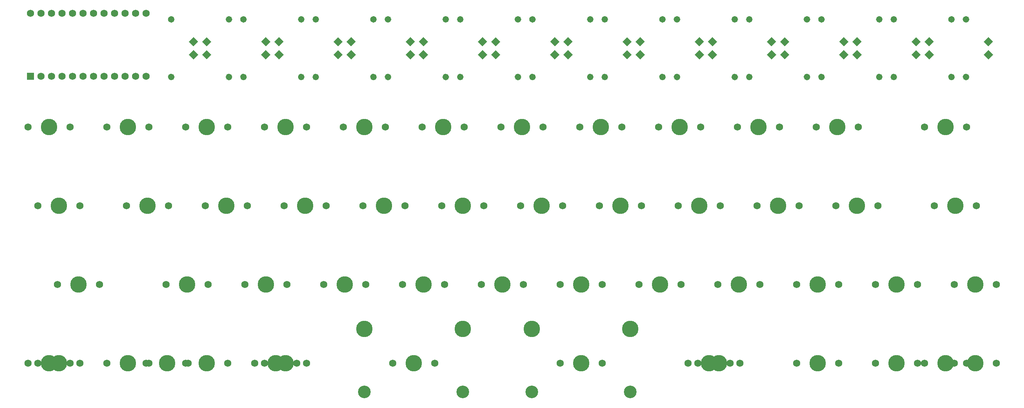
<source format=gts>
G04 #@! TF.GenerationSoftware,KiCad,Pcbnew,5.1.7*
G04 #@! TF.CreationDate,2020-11-29T13:06:50+02:00*
G04 #@! TF.ProjectId,PM THT Van,504d2054-4854-4205-9661-6e2e6b696361,rev?*
G04 #@! TF.SameCoordinates,Original*
G04 #@! TF.FileFunction,Soldermask,Top*
G04 #@! TF.FilePolarity,Negative*
%FSLAX46Y46*%
G04 Gerber Fmt 4.6, Leading zero omitted, Abs format (unit mm)*
G04 Created by KiCad (PCBNEW 5.1.7) date 2020-11-29 13:06:50*
%MOMM*%
%LPD*%
G01*
G04 APERTURE LIST*
%ADD10C,3.987800*%
%ADD11C,1.750000*%
%ADD12C,3.048000*%
%ADD13C,0.100000*%
%ADD14C,1.752600*%
%ADD15R,1.752600X1.752600*%
G04 APERTURE END LIST*
D10*
G04 #@! TO.C,SW19*
X136525000Y-130175000D03*
D11*
X131445000Y-130175000D03*
X141605000Y-130175000D03*
D12*
X124618750Y-137160000D03*
X148431250Y-137160000D03*
D10*
X124618750Y-121920000D03*
X148431250Y-121920000D03*
G04 #@! TD*
G04 #@! TO.C,SW26*
X177006000Y-130175000D03*
D11*
X171926000Y-130175000D03*
X182086000Y-130175000D03*
D12*
X165099750Y-137160000D03*
X188912250Y-137160000D03*
D10*
X165099750Y-121920000D03*
X188912250Y-121920000D03*
G04 #@! TD*
G04 #@! TO.C,SW46*
X265112000Y-73025000D03*
D11*
X260032000Y-73025000D03*
X270192000Y-73025000D03*
G04 #@! TD*
D10*
G04 #@! TO.C,SW40*
X265112000Y-130175000D03*
D11*
X260032000Y-130175000D03*
X270192000Y-130175000D03*
G04 #@! TD*
D10*
G04 #@! TO.C,SW3*
X55562500Y-111125000D03*
D11*
X50482500Y-111125000D03*
X60642500Y-111125000D03*
G04 #@! TD*
D10*
G04 #@! TO.C,SW47*
X267494000Y-92075000D03*
D11*
X262414000Y-92075000D03*
X272574000Y-92075000D03*
G04 #@! TD*
D10*
G04 #@! TO.C,SW35*
X234156000Y-130175000D03*
D11*
X229076000Y-130175000D03*
X239236000Y-130175000D03*
G04 #@! TD*
D10*
G04 #@! TO.C,SW31*
X210344000Y-130175000D03*
D11*
X205264000Y-130175000D03*
X215424000Y-130175000D03*
G04 #@! TD*
D10*
G04 #@! TO.C,SW8*
X76993800Y-130175000D03*
D11*
X71913800Y-130175000D03*
X82073800Y-130175000D03*
G04 #@! TD*
D10*
G04 #@! TO.C,SW30*
X207962000Y-130175000D03*
D11*
X202882000Y-130175000D03*
X213042000Y-130175000D03*
G04 #@! TD*
D10*
G04 #@! TO.C,SW12*
X103188000Y-130175000D03*
D11*
X98108000Y-130175000D03*
X108268000Y-130175000D03*
G04 #@! TD*
D10*
G04 #@! TO.C,SW4*
X50800000Y-130175000D03*
D11*
X45720000Y-130175000D03*
X55880000Y-130175000D03*
G04 #@! TD*
D10*
G04 #@! TO.C,SW2*
X50800000Y-92075000D03*
D11*
X45720000Y-92075000D03*
X55880000Y-92075000D03*
G04 #@! TD*
D10*
G04 #@! TO.C,SW53*
X105569000Y-130175000D03*
D11*
X100489000Y-130175000D03*
X110649000Y-130175000D03*
G04 #@! TD*
D10*
G04 #@! TO.C,SW52*
X86518800Y-130175000D03*
D11*
X81438800Y-130175000D03*
X91598800Y-130175000D03*
G04 #@! TD*
D10*
G04 #@! TO.C,SW51*
X67468800Y-130175000D03*
D11*
X62388800Y-130175000D03*
X72548800Y-130175000D03*
G04 #@! TD*
D10*
G04 #@! TO.C,SW50*
X48418800Y-130175000D03*
D11*
X43338800Y-130175000D03*
X53498800Y-130175000D03*
G04 #@! TD*
D10*
G04 #@! TO.C,SW48*
X272256000Y-111125000D03*
D11*
X267176000Y-111125000D03*
X277336000Y-111125000D03*
G04 #@! TD*
D10*
G04 #@! TO.C,SW45*
X238919000Y-73025000D03*
D11*
X233839000Y-73025000D03*
X243999000Y-73025000D03*
G04 #@! TD*
D10*
G04 #@! TO.C,SW44*
X272256000Y-130175000D03*
D11*
X267176000Y-130175000D03*
X277336000Y-130175000D03*
G04 #@! TD*
D10*
G04 #@! TO.C,SW43*
X253206000Y-111125000D03*
D11*
X248126000Y-111125000D03*
X258286000Y-111125000D03*
G04 #@! TD*
D10*
G04 #@! TO.C,SW42*
X243681000Y-92075000D03*
D11*
X238601000Y-92075000D03*
X248761000Y-92075000D03*
G04 #@! TD*
D10*
G04 #@! TO.C,SW41*
X253206000Y-130175000D03*
D11*
X248126000Y-130175000D03*
X258286000Y-130175000D03*
G04 #@! TD*
D10*
G04 #@! TO.C,SW39*
X234156000Y-111125000D03*
D11*
X229076000Y-111125000D03*
X239236000Y-111125000D03*
G04 #@! TD*
D10*
G04 #@! TO.C,SW38*
X224631000Y-92075000D03*
D11*
X219551000Y-92075000D03*
X229711000Y-92075000D03*
G04 #@! TD*
D10*
G04 #@! TO.C,SW37*
X219869000Y-73025000D03*
D11*
X214789000Y-73025000D03*
X224949000Y-73025000D03*
G04 #@! TD*
D10*
G04 #@! TO.C,SW36*
X234156000Y-130175000D03*
D11*
X229076000Y-130175000D03*
X239236000Y-130175000D03*
G04 #@! TD*
D10*
G04 #@! TO.C,SW34*
X215106000Y-111125000D03*
D11*
X210026000Y-111125000D03*
X220186000Y-111125000D03*
G04 #@! TD*
D10*
G04 #@! TO.C,SW33*
X205581000Y-92075000D03*
D11*
X200501000Y-92075000D03*
X210661000Y-92075000D03*
G04 #@! TD*
D10*
G04 #@! TO.C,SW32*
X200819000Y-73025000D03*
D11*
X195739000Y-73025000D03*
X205899000Y-73025000D03*
G04 #@! TD*
D10*
G04 #@! TO.C,SW29*
X196056000Y-111125000D03*
D11*
X190976000Y-111125000D03*
X201136000Y-111125000D03*
G04 #@! TD*
D10*
G04 #@! TO.C,SW28*
X186531000Y-92075000D03*
D11*
X181451000Y-92075000D03*
X191611000Y-92075000D03*
G04 #@! TD*
D10*
G04 #@! TO.C,SW27*
X181769000Y-73025000D03*
D11*
X176689000Y-73025000D03*
X186849000Y-73025000D03*
G04 #@! TD*
D10*
G04 #@! TO.C,SW25*
X177006000Y-111125000D03*
D11*
X171926000Y-111125000D03*
X182086000Y-111125000D03*
G04 #@! TD*
D10*
G04 #@! TO.C,SW24*
X167481000Y-92075000D03*
D11*
X162401000Y-92075000D03*
X172561000Y-92075000D03*
G04 #@! TD*
D10*
G04 #@! TO.C,SW23*
X162719000Y-73025000D03*
D11*
X157639000Y-73025000D03*
X167799000Y-73025000D03*
G04 #@! TD*
D10*
G04 #@! TO.C,SW22*
X157956000Y-111125000D03*
D11*
X152876000Y-111125000D03*
X163036000Y-111125000D03*
G04 #@! TD*
D10*
G04 #@! TO.C,SW21*
X148431000Y-92075000D03*
D11*
X143351000Y-92075000D03*
X153511000Y-92075000D03*
G04 #@! TD*
D10*
G04 #@! TO.C,SW20*
X143669000Y-73025000D03*
D11*
X138589000Y-73025000D03*
X148749000Y-73025000D03*
G04 #@! TD*
D10*
G04 #@! TO.C,SW18*
X138906000Y-111125000D03*
D11*
X133826000Y-111125000D03*
X143986000Y-111125000D03*
G04 #@! TD*
D10*
G04 #@! TO.C,SW17*
X129381000Y-92075000D03*
D11*
X124301000Y-92075000D03*
X134461000Y-92075000D03*
G04 #@! TD*
D10*
G04 #@! TO.C,SW16*
X124619000Y-73025000D03*
D11*
X119539000Y-73025000D03*
X129699000Y-73025000D03*
G04 #@! TD*
D10*
G04 #@! TO.C,SW15*
X119856000Y-111125000D03*
D11*
X114776000Y-111125000D03*
X124936000Y-111125000D03*
G04 #@! TD*
D10*
G04 #@! TO.C,SW14*
X110331000Y-92075000D03*
D11*
X105251000Y-92075000D03*
X115411000Y-92075000D03*
G04 #@! TD*
D10*
G04 #@! TO.C,SW13*
X105569000Y-73025000D03*
D11*
X100489000Y-73025000D03*
X110649000Y-73025000D03*
G04 #@! TD*
D10*
G04 #@! TO.C,SW11*
X100806000Y-111125000D03*
D11*
X95726000Y-111125000D03*
X105886000Y-111125000D03*
G04 #@! TD*
D10*
G04 #@! TO.C,SW10*
X91281200Y-92075000D03*
D11*
X86201200Y-92075000D03*
X96361200Y-92075000D03*
G04 #@! TD*
D10*
G04 #@! TO.C,SW9*
X86518800Y-73025000D03*
D11*
X81438800Y-73025000D03*
X91598800Y-73025000D03*
G04 #@! TD*
D10*
G04 #@! TO.C,SW7*
X81756200Y-111125000D03*
D11*
X76676200Y-111125000D03*
X86836200Y-111125000D03*
G04 #@! TD*
D10*
G04 #@! TO.C,SW6*
X72231200Y-92075000D03*
D11*
X67151200Y-92075000D03*
X77311200Y-92075000D03*
G04 #@! TD*
D10*
G04 #@! TO.C,SW5*
X67468800Y-73025000D03*
D11*
X62388800Y-73025000D03*
X72548800Y-73025000D03*
G04 #@! TD*
D10*
G04 #@! TO.C,SW1*
X48418800Y-73025000D03*
D11*
X43338800Y-73025000D03*
X53498800Y-73025000D03*
G04 #@! TD*
G04 #@! TO.C,D46*
G36*
G01*
X270608531Y-47565031D02*
X270608531Y-47565031D01*
G75*
G02*
X269477161Y-47565031I-565685J565685D01*
G01*
X269477161Y-47565031D01*
G75*
G02*
X269477161Y-46433661I565685J565685D01*
G01*
X269477161Y-46433661D01*
G75*
G02*
X270608531Y-46433661I565685J-565685D01*
G01*
X270608531Y-46433661D01*
G75*
G02*
X270608531Y-47565031I-565685J-565685D01*
G01*
G37*
D13*
G36*
X276562371Y-52387500D02*
G01*
X275431000Y-53518871D01*
X274299629Y-52387500D01*
X275431000Y-51256129D01*
X276562371Y-52387500D01*
G37*
G04 #@! TD*
D14*
G04 #@! TO.C,U1*
X43973800Y-45561200D03*
X71913800Y-60801200D03*
X46513800Y-45561200D03*
X49053800Y-45561200D03*
X51593800Y-45561200D03*
X54133800Y-45561200D03*
X56673800Y-45561200D03*
X59213800Y-45561200D03*
X61753800Y-45561200D03*
X64293800Y-45561200D03*
X66833800Y-45561200D03*
X69373800Y-45561200D03*
X71913800Y-45561200D03*
X69373800Y-60801200D03*
X66833800Y-60801200D03*
X64293800Y-60801200D03*
X61753800Y-60801200D03*
X59213800Y-60801200D03*
X56673800Y-60801200D03*
X54133800Y-60801200D03*
X51593800Y-60801200D03*
X49053800Y-60801200D03*
X46513800Y-60801200D03*
D15*
X43973800Y-60801200D03*
G04 #@! TD*
G04 #@! TO.C,D45*
G36*
G01*
X270608531Y-60384969D02*
X270608531Y-60384969D01*
G75*
G02*
X270608531Y-61516339I-565685J-565685D01*
G01*
X270608531Y-61516339D01*
G75*
G02*
X269477161Y-61516339I-565685J565685D01*
G01*
X269477161Y-61516339D01*
G75*
G02*
X269477161Y-60384969I565685J565685D01*
G01*
X269477161Y-60384969D01*
G75*
G02*
X270608531Y-60384969I565685J-565685D01*
G01*
G37*
D13*
G36*
X275431000Y-54431129D02*
G01*
X276562371Y-55562500D01*
X275431000Y-56693871D01*
X274299629Y-55562500D01*
X275431000Y-54431129D01*
G37*
G04 #@! TD*
G04 #@! TO.C,D44*
G36*
G01*
X265966469Y-47565031D02*
X265966469Y-47565031D01*
G75*
G02*
X265966469Y-46433661I565685J565685D01*
G01*
X265966469Y-46433661D01*
G75*
G02*
X267097839Y-46433661I565685J-565685D01*
G01*
X267097839Y-46433661D01*
G75*
G02*
X267097839Y-47565031I-565685J-565685D01*
G01*
X267097839Y-47565031D01*
G75*
G02*
X265966469Y-47565031I-565685J565685D01*
G01*
G37*
G36*
X261144000Y-53518871D02*
G01*
X260012629Y-52387500D01*
X261144000Y-51256129D01*
X262275371Y-52387500D01*
X261144000Y-53518871D01*
G37*
G04 #@! TD*
G04 #@! TO.C,D43*
G36*
G01*
X253146531Y-60384969D02*
X253146531Y-60384969D01*
G75*
G02*
X253146531Y-61516339I-565685J-565685D01*
G01*
X253146531Y-61516339D01*
G75*
G02*
X252015161Y-61516339I-565685J565685D01*
G01*
X252015161Y-61516339D01*
G75*
G02*
X252015161Y-60384969I565685J565685D01*
G01*
X252015161Y-60384969D01*
G75*
G02*
X253146531Y-60384969I565685J-565685D01*
G01*
G37*
G36*
X257969000Y-54431129D02*
G01*
X259100371Y-55562500D01*
X257969000Y-56693871D01*
X256837629Y-55562500D01*
X257969000Y-54431129D01*
G37*
G04 #@! TD*
G04 #@! TO.C,D42*
G36*
G01*
X265966469Y-60384969D02*
X265966469Y-60384969D01*
G75*
G02*
X267097839Y-60384969I565685J-565685D01*
G01*
X267097839Y-60384969D01*
G75*
G02*
X267097839Y-61516339I-565685J-565685D01*
G01*
X267097839Y-61516339D01*
G75*
G02*
X265966469Y-61516339I-565685J565685D01*
G01*
X265966469Y-61516339D01*
G75*
G02*
X265966469Y-60384969I565685J565685D01*
G01*
G37*
G36*
X260012629Y-55562500D02*
G01*
X261144000Y-54431129D01*
X262275371Y-55562500D01*
X261144000Y-56693871D01*
X260012629Y-55562500D01*
G37*
G04 #@! TD*
G04 #@! TO.C,D41*
G36*
G01*
X253146531Y-47565031D02*
X253146531Y-47565031D01*
G75*
G02*
X252015161Y-47565031I-565685J565685D01*
G01*
X252015161Y-47565031D01*
G75*
G02*
X252015161Y-46433661I565685J565685D01*
G01*
X252015161Y-46433661D01*
G75*
G02*
X253146531Y-46433661I565685J-565685D01*
G01*
X253146531Y-46433661D01*
G75*
G02*
X253146531Y-47565031I-565685J-565685D01*
G01*
G37*
G36*
X259100371Y-52387500D02*
G01*
X257969000Y-53518871D01*
X256837629Y-52387500D01*
X257969000Y-51256129D01*
X259100371Y-52387500D01*
G37*
G04 #@! TD*
G04 #@! TO.C,D40*
G36*
G01*
X248503469Y-47565031D02*
X248503469Y-47565031D01*
G75*
G02*
X248503469Y-46433661I565685J565685D01*
G01*
X248503469Y-46433661D01*
G75*
G02*
X249634839Y-46433661I565685J-565685D01*
G01*
X249634839Y-46433661D01*
G75*
G02*
X249634839Y-47565031I-565685J-565685D01*
G01*
X249634839Y-47565031D01*
G75*
G02*
X248503469Y-47565031I-565685J565685D01*
G01*
G37*
G36*
X243681000Y-53518871D02*
G01*
X242549629Y-52387500D01*
X243681000Y-51256129D01*
X244812371Y-52387500D01*
X243681000Y-53518871D01*
G37*
G04 #@! TD*
G04 #@! TO.C,D39*
G36*
G01*
X235683531Y-60384969D02*
X235683531Y-60384969D01*
G75*
G02*
X235683531Y-61516339I-565685J-565685D01*
G01*
X235683531Y-61516339D01*
G75*
G02*
X234552161Y-61516339I-565685J565685D01*
G01*
X234552161Y-61516339D01*
G75*
G02*
X234552161Y-60384969I565685J565685D01*
G01*
X234552161Y-60384969D01*
G75*
G02*
X235683531Y-60384969I565685J-565685D01*
G01*
G37*
G36*
X240506000Y-54431129D02*
G01*
X241637371Y-55562500D01*
X240506000Y-56693871D01*
X239374629Y-55562500D01*
X240506000Y-54431129D01*
G37*
G04 #@! TD*
G04 #@! TO.C,D38*
G36*
G01*
X248503469Y-60384969D02*
X248503469Y-60384969D01*
G75*
G02*
X249634839Y-60384969I565685J-565685D01*
G01*
X249634839Y-60384969D01*
G75*
G02*
X249634839Y-61516339I-565685J-565685D01*
G01*
X249634839Y-61516339D01*
G75*
G02*
X248503469Y-61516339I-565685J565685D01*
G01*
X248503469Y-61516339D01*
G75*
G02*
X248503469Y-60384969I565685J565685D01*
G01*
G37*
G36*
X242549629Y-55562500D02*
G01*
X243681000Y-54431129D01*
X244812371Y-55562500D01*
X243681000Y-56693871D01*
X242549629Y-55562500D01*
G37*
G04 #@! TD*
G04 #@! TO.C,D37*
G36*
G01*
X235683531Y-47565031D02*
X235683531Y-47565031D01*
G75*
G02*
X234552161Y-47565031I-565685J565685D01*
G01*
X234552161Y-47565031D01*
G75*
G02*
X234552161Y-46433661I565685J565685D01*
G01*
X234552161Y-46433661D01*
G75*
G02*
X235683531Y-46433661I565685J-565685D01*
G01*
X235683531Y-46433661D01*
G75*
G02*
X235683531Y-47565031I-565685J-565685D01*
G01*
G37*
G36*
X241637371Y-52387500D02*
G01*
X240506000Y-53518871D01*
X239374629Y-52387500D01*
X240506000Y-51256129D01*
X241637371Y-52387500D01*
G37*
G04 #@! TD*
G04 #@! TO.C,D36*
G36*
G01*
X231041469Y-47565031D02*
X231041469Y-47565031D01*
G75*
G02*
X231041469Y-46433661I565685J565685D01*
G01*
X231041469Y-46433661D01*
G75*
G02*
X232172839Y-46433661I565685J-565685D01*
G01*
X232172839Y-46433661D01*
G75*
G02*
X232172839Y-47565031I-565685J-565685D01*
G01*
X232172839Y-47565031D01*
G75*
G02*
X231041469Y-47565031I-565685J565685D01*
G01*
G37*
G36*
X226219000Y-53518871D02*
G01*
X225087629Y-52387500D01*
X226219000Y-51256129D01*
X227350371Y-52387500D01*
X226219000Y-53518871D01*
G37*
G04 #@! TD*
G04 #@! TO.C,D35*
G36*
G01*
X218221531Y-60384969D02*
X218221531Y-60384969D01*
G75*
G02*
X218221531Y-61516339I-565685J-565685D01*
G01*
X218221531Y-61516339D01*
G75*
G02*
X217090161Y-61516339I-565685J565685D01*
G01*
X217090161Y-61516339D01*
G75*
G02*
X217090161Y-60384969I565685J565685D01*
G01*
X217090161Y-60384969D01*
G75*
G02*
X218221531Y-60384969I565685J-565685D01*
G01*
G37*
G36*
X223044000Y-54431129D02*
G01*
X224175371Y-55562500D01*
X223044000Y-56693871D01*
X221912629Y-55562500D01*
X223044000Y-54431129D01*
G37*
G04 #@! TD*
G04 #@! TO.C,D34*
G36*
G01*
X231041469Y-60384969D02*
X231041469Y-60384969D01*
G75*
G02*
X232172839Y-60384969I565685J-565685D01*
G01*
X232172839Y-60384969D01*
G75*
G02*
X232172839Y-61516339I-565685J-565685D01*
G01*
X232172839Y-61516339D01*
G75*
G02*
X231041469Y-61516339I-565685J565685D01*
G01*
X231041469Y-61516339D01*
G75*
G02*
X231041469Y-60384969I565685J565685D01*
G01*
G37*
G36*
X225087629Y-55562500D02*
G01*
X226219000Y-54431129D01*
X227350371Y-55562500D01*
X226219000Y-56693871D01*
X225087629Y-55562500D01*
G37*
G04 #@! TD*
G04 #@! TO.C,D33*
G36*
G01*
X218221531Y-47565031D02*
X218221531Y-47565031D01*
G75*
G02*
X217090161Y-47565031I-565685J565685D01*
G01*
X217090161Y-47565031D01*
G75*
G02*
X217090161Y-46433661I565685J565685D01*
G01*
X217090161Y-46433661D01*
G75*
G02*
X218221531Y-46433661I565685J-565685D01*
G01*
X218221531Y-46433661D01*
G75*
G02*
X218221531Y-47565031I-565685J-565685D01*
G01*
G37*
G36*
X224175371Y-52387500D02*
G01*
X223044000Y-53518871D01*
X221912629Y-52387500D01*
X223044000Y-51256129D01*
X224175371Y-52387500D01*
G37*
G04 #@! TD*
G04 #@! TO.C,D32*
G36*
G01*
X213578469Y-47565031D02*
X213578469Y-47565031D01*
G75*
G02*
X213578469Y-46433661I565685J565685D01*
G01*
X213578469Y-46433661D01*
G75*
G02*
X214709839Y-46433661I565685J-565685D01*
G01*
X214709839Y-46433661D01*
G75*
G02*
X214709839Y-47565031I-565685J-565685D01*
G01*
X214709839Y-47565031D01*
G75*
G02*
X213578469Y-47565031I-565685J565685D01*
G01*
G37*
G36*
X208756000Y-53518871D02*
G01*
X207624629Y-52387500D01*
X208756000Y-51256129D01*
X209887371Y-52387500D01*
X208756000Y-53518871D01*
G37*
G04 #@! TD*
G04 #@! TO.C,D31*
G36*
G01*
X200758531Y-60384969D02*
X200758531Y-60384969D01*
G75*
G02*
X200758531Y-61516339I-565685J-565685D01*
G01*
X200758531Y-61516339D01*
G75*
G02*
X199627161Y-61516339I-565685J565685D01*
G01*
X199627161Y-61516339D01*
G75*
G02*
X199627161Y-60384969I565685J565685D01*
G01*
X199627161Y-60384969D01*
G75*
G02*
X200758531Y-60384969I565685J-565685D01*
G01*
G37*
G36*
X205581000Y-54431129D02*
G01*
X206712371Y-55562500D01*
X205581000Y-56693871D01*
X204449629Y-55562500D01*
X205581000Y-54431129D01*
G37*
G04 #@! TD*
G04 #@! TO.C,D30*
G36*
G01*
X213578469Y-60384969D02*
X213578469Y-60384969D01*
G75*
G02*
X214709839Y-60384969I565685J-565685D01*
G01*
X214709839Y-60384969D01*
G75*
G02*
X214709839Y-61516339I-565685J-565685D01*
G01*
X214709839Y-61516339D01*
G75*
G02*
X213578469Y-61516339I-565685J565685D01*
G01*
X213578469Y-61516339D01*
G75*
G02*
X213578469Y-60384969I565685J565685D01*
G01*
G37*
G36*
X207624629Y-55562500D02*
G01*
X208756000Y-54431129D01*
X209887371Y-55562500D01*
X208756000Y-56693871D01*
X207624629Y-55562500D01*
G37*
G04 #@! TD*
G04 #@! TO.C,D29*
G36*
G01*
X200758531Y-47565031D02*
X200758531Y-47565031D01*
G75*
G02*
X199627161Y-47565031I-565685J565685D01*
G01*
X199627161Y-47565031D01*
G75*
G02*
X199627161Y-46433661I565685J565685D01*
G01*
X199627161Y-46433661D01*
G75*
G02*
X200758531Y-46433661I565685J-565685D01*
G01*
X200758531Y-46433661D01*
G75*
G02*
X200758531Y-47565031I-565685J-565685D01*
G01*
G37*
G36*
X206712371Y-52387500D02*
G01*
X205581000Y-53518871D01*
X204449629Y-52387500D01*
X205581000Y-51256129D01*
X206712371Y-52387500D01*
G37*
G04 #@! TD*
G04 #@! TO.C,D28*
G36*
G01*
X196116469Y-47565031D02*
X196116469Y-47565031D01*
G75*
G02*
X196116469Y-46433661I565685J565685D01*
G01*
X196116469Y-46433661D01*
G75*
G02*
X197247839Y-46433661I565685J-565685D01*
G01*
X197247839Y-46433661D01*
G75*
G02*
X197247839Y-47565031I-565685J-565685D01*
G01*
X197247839Y-47565031D01*
G75*
G02*
X196116469Y-47565031I-565685J565685D01*
G01*
G37*
G36*
X191294000Y-53518871D02*
G01*
X190162629Y-52387500D01*
X191294000Y-51256129D01*
X192425371Y-52387500D01*
X191294000Y-53518871D01*
G37*
G04 #@! TD*
G04 #@! TO.C,D27*
G36*
G01*
X183296531Y-60384969D02*
X183296531Y-60384969D01*
G75*
G02*
X183296531Y-61516339I-565685J-565685D01*
G01*
X183296531Y-61516339D01*
G75*
G02*
X182165161Y-61516339I-565685J565685D01*
G01*
X182165161Y-61516339D01*
G75*
G02*
X182165161Y-60384969I565685J565685D01*
G01*
X182165161Y-60384969D01*
G75*
G02*
X183296531Y-60384969I565685J-565685D01*
G01*
G37*
G36*
X188119000Y-54431129D02*
G01*
X189250371Y-55562500D01*
X188119000Y-56693871D01*
X186987629Y-55562500D01*
X188119000Y-54431129D01*
G37*
G04 #@! TD*
G04 #@! TO.C,D26*
G36*
G01*
X196116469Y-60384969D02*
X196116469Y-60384969D01*
G75*
G02*
X197247839Y-60384969I565685J-565685D01*
G01*
X197247839Y-60384969D01*
G75*
G02*
X197247839Y-61516339I-565685J-565685D01*
G01*
X197247839Y-61516339D01*
G75*
G02*
X196116469Y-61516339I-565685J565685D01*
G01*
X196116469Y-61516339D01*
G75*
G02*
X196116469Y-60384969I565685J565685D01*
G01*
G37*
G36*
X190162629Y-55562500D02*
G01*
X191294000Y-54431129D01*
X192425371Y-55562500D01*
X191294000Y-56693871D01*
X190162629Y-55562500D01*
G37*
G04 #@! TD*
G04 #@! TO.C,D25*
G36*
G01*
X183296531Y-47565031D02*
X183296531Y-47565031D01*
G75*
G02*
X182165161Y-47565031I-565685J565685D01*
G01*
X182165161Y-47565031D01*
G75*
G02*
X182165161Y-46433661I565685J565685D01*
G01*
X182165161Y-46433661D01*
G75*
G02*
X183296531Y-46433661I565685J-565685D01*
G01*
X183296531Y-46433661D01*
G75*
G02*
X183296531Y-47565031I-565685J-565685D01*
G01*
G37*
G36*
X189250371Y-52387500D02*
G01*
X188119000Y-53518871D01*
X186987629Y-52387500D01*
X188119000Y-51256129D01*
X189250371Y-52387500D01*
G37*
G04 #@! TD*
G04 #@! TO.C,D24*
G36*
G01*
X178653469Y-47565031D02*
X178653469Y-47565031D01*
G75*
G02*
X178653469Y-46433661I565685J565685D01*
G01*
X178653469Y-46433661D01*
G75*
G02*
X179784839Y-46433661I565685J-565685D01*
G01*
X179784839Y-46433661D01*
G75*
G02*
X179784839Y-47565031I-565685J-565685D01*
G01*
X179784839Y-47565031D01*
G75*
G02*
X178653469Y-47565031I-565685J565685D01*
G01*
G37*
G36*
X173831000Y-53518871D02*
G01*
X172699629Y-52387500D01*
X173831000Y-51256129D01*
X174962371Y-52387500D01*
X173831000Y-53518871D01*
G37*
G04 #@! TD*
G04 #@! TO.C,D23*
G36*
G01*
X165833531Y-60384969D02*
X165833531Y-60384969D01*
G75*
G02*
X165833531Y-61516339I-565685J-565685D01*
G01*
X165833531Y-61516339D01*
G75*
G02*
X164702161Y-61516339I-565685J565685D01*
G01*
X164702161Y-61516339D01*
G75*
G02*
X164702161Y-60384969I565685J565685D01*
G01*
X164702161Y-60384969D01*
G75*
G02*
X165833531Y-60384969I565685J-565685D01*
G01*
G37*
G36*
X170656000Y-54431129D02*
G01*
X171787371Y-55562500D01*
X170656000Y-56693871D01*
X169524629Y-55562500D01*
X170656000Y-54431129D01*
G37*
G04 #@! TD*
G04 #@! TO.C,D22*
G36*
G01*
X178653469Y-60384969D02*
X178653469Y-60384969D01*
G75*
G02*
X179784839Y-60384969I565685J-565685D01*
G01*
X179784839Y-60384969D01*
G75*
G02*
X179784839Y-61516339I-565685J-565685D01*
G01*
X179784839Y-61516339D01*
G75*
G02*
X178653469Y-61516339I-565685J565685D01*
G01*
X178653469Y-61516339D01*
G75*
G02*
X178653469Y-60384969I565685J565685D01*
G01*
G37*
G36*
X172699629Y-55562500D02*
G01*
X173831000Y-54431129D01*
X174962371Y-55562500D01*
X173831000Y-56693871D01*
X172699629Y-55562500D01*
G37*
G04 #@! TD*
G04 #@! TO.C,D21*
G36*
G01*
X165833531Y-47565031D02*
X165833531Y-47565031D01*
G75*
G02*
X164702161Y-47565031I-565685J565685D01*
G01*
X164702161Y-47565031D01*
G75*
G02*
X164702161Y-46433661I565685J565685D01*
G01*
X164702161Y-46433661D01*
G75*
G02*
X165833531Y-46433661I565685J-565685D01*
G01*
X165833531Y-46433661D01*
G75*
G02*
X165833531Y-47565031I-565685J-565685D01*
G01*
G37*
G36*
X171787371Y-52387500D02*
G01*
X170656000Y-53518871D01*
X169524629Y-52387500D01*
X170656000Y-51256129D01*
X171787371Y-52387500D01*
G37*
G04 #@! TD*
G04 #@! TO.C,D20*
G36*
G01*
X161191469Y-47565031D02*
X161191469Y-47565031D01*
G75*
G02*
X161191469Y-46433661I565685J565685D01*
G01*
X161191469Y-46433661D01*
G75*
G02*
X162322839Y-46433661I565685J-565685D01*
G01*
X162322839Y-46433661D01*
G75*
G02*
X162322839Y-47565031I-565685J-565685D01*
G01*
X162322839Y-47565031D01*
G75*
G02*
X161191469Y-47565031I-565685J565685D01*
G01*
G37*
G36*
X156369000Y-53518871D02*
G01*
X155237629Y-52387500D01*
X156369000Y-51256129D01*
X157500371Y-52387500D01*
X156369000Y-53518871D01*
G37*
G04 #@! TD*
G04 #@! TO.C,D19*
G36*
G01*
X148371531Y-60384969D02*
X148371531Y-60384969D01*
G75*
G02*
X148371531Y-61516339I-565685J-565685D01*
G01*
X148371531Y-61516339D01*
G75*
G02*
X147240161Y-61516339I-565685J565685D01*
G01*
X147240161Y-61516339D01*
G75*
G02*
X147240161Y-60384969I565685J565685D01*
G01*
X147240161Y-60384969D01*
G75*
G02*
X148371531Y-60384969I565685J-565685D01*
G01*
G37*
G36*
X153194000Y-54431129D02*
G01*
X154325371Y-55562500D01*
X153194000Y-56693871D01*
X152062629Y-55562500D01*
X153194000Y-54431129D01*
G37*
G04 #@! TD*
G04 #@! TO.C,D18*
G36*
G01*
X161191469Y-60384969D02*
X161191469Y-60384969D01*
G75*
G02*
X162322839Y-60384969I565685J-565685D01*
G01*
X162322839Y-60384969D01*
G75*
G02*
X162322839Y-61516339I-565685J-565685D01*
G01*
X162322839Y-61516339D01*
G75*
G02*
X161191469Y-61516339I-565685J565685D01*
G01*
X161191469Y-61516339D01*
G75*
G02*
X161191469Y-60384969I565685J565685D01*
G01*
G37*
G36*
X155237629Y-55562500D02*
G01*
X156369000Y-54431129D01*
X157500371Y-55562500D01*
X156369000Y-56693871D01*
X155237629Y-55562500D01*
G37*
G04 #@! TD*
G04 #@! TO.C,D17*
G36*
G01*
X148371531Y-47565031D02*
X148371531Y-47565031D01*
G75*
G02*
X147240161Y-47565031I-565685J565685D01*
G01*
X147240161Y-47565031D01*
G75*
G02*
X147240161Y-46433661I565685J565685D01*
G01*
X147240161Y-46433661D01*
G75*
G02*
X148371531Y-46433661I565685J-565685D01*
G01*
X148371531Y-46433661D01*
G75*
G02*
X148371531Y-47565031I-565685J-565685D01*
G01*
G37*
G36*
X154325371Y-52387500D02*
G01*
X153194000Y-53518871D01*
X152062629Y-52387500D01*
X153194000Y-51256129D01*
X154325371Y-52387500D01*
G37*
G04 #@! TD*
G04 #@! TO.C,D16*
G36*
G01*
X143728469Y-47565031D02*
X143728469Y-47565031D01*
G75*
G02*
X143728469Y-46433661I565685J565685D01*
G01*
X143728469Y-46433661D01*
G75*
G02*
X144859839Y-46433661I565685J-565685D01*
G01*
X144859839Y-46433661D01*
G75*
G02*
X144859839Y-47565031I-565685J-565685D01*
G01*
X144859839Y-47565031D01*
G75*
G02*
X143728469Y-47565031I-565685J565685D01*
G01*
G37*
G36*
X138906000Y-53518871D02*
G01*
X137774629Y-52387500D01*
X138906000Y-51256129D01*
X140037371Y-52387500D01*
X138906000Y-53518871D01*
G37*
G04 #@! TD*
G04 #@! TO.C,D15*
G36*
G01*
X130908531Y-60384969D02*
X130908531Y-60384969D01*
G75*
G02*
X130908531Y-61516339I-565685J-565685D01*
G01*
X130908531Y-61516339D01*
G75*
G02*
X129777161Y-61516339I-565685J565685D01*
G01*
X129777161Y-61516339D01*
G75*
G02*
X129777161Y-60384969I565685J565685D01*
G01*
X129777161Y-60384969D01*
G75*
G02*
X130908531Y-60384969I565685J-565685D01*
G01*
G37*
G36*
X135731000Y-54431129D02*
G01*
X136862371Y-55562500D01*
X135731000Y-56693871D01*
X134599629Y-55562500D01*
X135731000Y-54431129D01*
G37*
G04 #@! TD*
G04 #@! TO.C,D14*
G36*
G01*
X143728469Y-60384969D02*
X143728469Y-60384969D01*
G75*
G02*
X144859839Y-60384969I565685J-565685D01*
G01*
X144859839Y-60384969D01*
G75*
G02*
X144859839Y-61516339I-565685J-565685D01*
G01*
X144859839Y-61516339D01*
G75*
G02*
X143728469Y-61516339I-565685J565685D01*
G01*
X143728469Y-61516339D01*
G75*
G02*
X143728469Y-60384969I565685J565685D01*
G01*
G37*
G36*
X137774629Y-55562500D02*
G01*
X138906000Y-54431129D01*
X140037371Y-55562500D01*
X138906000Y-56693871D01*
X137774629Y-55562500D01*
G37*
G04 #@! TD*
G04 #@! TO.C,D13*
G36*
G01*
X130908531Y-47565031D02*
X130908531Y-47565031D01*
G75*
G02*
X129777161Y-47565031I-565685J565685D01*
G01*
X129777161Y-47565031D01*
G75*
G02*
X129777161Y-46433661I565685J565685D01*
G01*
X129777161Y-46433661D01*
G75*
G02*
X130908531Y-46433661I565685J-565685D01*
G01*
X130908531Y-46433661D01*
G75*
G02*
X130908531Y-47565031I-565685J-565685D01*
G01*
G37*
G36*
X136862371Y-52387500D02*
G01*
X135731000Y-53518871D01*
X134599629Y-52387500D01*
X135731000Y-51256129D01*
X136862371Y-52387500D01*
G37*
G04 #@! TD*
G04 #@! TO.C,D12*
G36*
G01*
X126266469Y-47565031D02*
X126266469Y-47565031D01*
G75*
G02*
X126266469Y-46433661I565685J565685D01*
G01*
X126266469Y-46433661D01*
G75*
G02*
X127397839Y-46433661I565685J-565685D01*
G01*
X127397839Y-46433661D01*
G75*
G02*
X127397839Y-47565031I-565685J-565685D01*
G01*
X127397839Y-47565031D01*
G75*
G02*
X126266469Y-47565031I-565685J565685D01*
G01*
G37*
G36*
X121444000Y-53518871D02*
G01*
X120312629Y-52387500D01*
X121444000Y-51256129D01*
X122575371Y-52387500D01*
X121444000Y-53518871D01*
G37*
G04 #@! TD*
G04 #@! TO.C,D11*
G36*
G01*
X113446531Y-60384969D02*
X113446531Y-60384969D01*
G75*
G02*
X113446531Y-61516339I-565685J-565685D01*
G01*
X113446531Y-61516339D01*
G75*
G02*
X112315161Y-61516339I-565685J565685D01*
G01*
X112315161Y-61516339D01*
G75*
G02*
X112315161Y-60384969I565685J565685D01*
G01*
X112315161Y-60384969D01*
G75*
G02*
X113446531Y-60384969I565685J-565685D01*
G01*
G37*
G36*
X118269000Y-54431129D02*
G01*
X119400371Y-55562500D01*
X118269000Y-56693871D01*
X117137629Y-55562500D01*
X118269000Y-54431129D01*
G37*
G04 #@! TD*
G04 #@! TO.C,D10*
G36*
G01*
X126266469Y-60384969D02*
X126266469Y-60384969D01*
G75*
G02*
X127397839Y-60384969I565685J-565685D01*
G01*
X127397839Y-60384969D01*
G75*
G02*
X127397839Y-61516339I-565685J-565685D01*
G01*
X127397839Y-61516339D01*
G75*
G02*
X126266469Y-61516339I-565685J565685D01*
G01*
X126266469Y-61516339D01*
G75*
G02*
X126266469Y-60384969I565685J565685D01*
G01*
G37*
G36*
X120312629Y-55562500D02*
G01*
X121444000Y-54431129D01*
X122575371Y-55562500D01*
X121444000Y-56693871D01*
X120312629Y-55562500D01*
G37*
G04 #@! TD*
G04 #@! TO.C,D9*
G36*
G01*
X113446531Y-47565031D02*
X113446531Y-47565031D01*
G75*
G02*
X112315161Y-47565031I-565685J565685D01*
G01*
X112315161Y-47565031D01*
G75*
G02*
X112315161Y-46433661I565685J565685D01*
G01*
X112315161Y-46433661D01*
G75*
G02*
X113446531Y-46433661I565685J-565685D01*
G01*
X113446531Y-46433661D01*
G75*
G02*
X113446531Y-47565031I-565685J-565685D01*
G01*
G37*
G36*
X119400371Y-52387500D02*
G01*
X118269000Y-53518871D01*
X117137629Y-52387500D01*
X118269000Y-51256129D01*
X119400371Y-52387500D01*
G37*
G04 #@! TD*
G04 #@! TO.C,D8*
G36*
G01*
X108803469Y-47565031D02*
X108803469Y-47565031D01*
G75*
G02*
X108803469Y-46433661I565685J565685D01*
G01*
X108803469Y-46433661D01*
G75*
G02*
X109934839Y-46433661I565685J-565685D01*
G01*
X109934839Y-46433661D01*
G75*
G02*
X109934839Y-47565031I-565685J-565685D01*
G01*
X109934839Y-47565031D01*
G75*
G02*
X108803469Y-47565031I-565685J565685D01*
G01*
G37*
G36*
X103981000Y-53518871D02*
G01*
X102849629Y-52387500D01*
X103981000Y-51256129D01*
X105112371Y-52387500D01*
X103981000Y-53518871D01*
G37*
G04 #@! TD*
G04 #@! TO.C,D7*
G36*
G01*
X95983531Y-60384969D02*
X95983531Y-60384969D01*
G75*
G02*
X95983531Y-61516339I-565685J-565685D01*
G01*
X95983531Y-61516339D01*
G75*
G02*
X94852161Y-61516339I-565685J565685D01*
G01*
X94852161Y-61516339D01*
G75*
G02*
X94852161Y-60384969I565685J565685D01*
G01*
X94852161Y-60384969D01*
G75*
G02*
X95983531Y-60384969I565685J-565685D01*
G01*
G37*
G36*
X100806000Y-54431129D02*
G01*
X101937371Y-55562500D01*
X100806000Y-56693871D01*
X99674629Y-55562500D01*
X100806000Y-54431129D01*
G37*
G04 #@! TD*
G04 #@! TO.C,D6*
G36*
G01*
X108803469Y-60384969D02*
X108803469Y-60384969D01*
G75*
G02*
X109934839Y-60384969I565685J-565685D01*
G01*
X109934839Y-60384969D01*
G75*
G02*
X109934839Y-61516339I-565685J-565685D01*
G01*
X109934839Y-61516339D01*
G75*
G02*
X108803469Y-61516339I-565685J565685D01*
G01*
X108803469Y-61516339D01*
G75*
G02*
X108803469Y-60384969I565685J565685D01*
G01*
G37*
G36*
X102849629Y-55562500D02*
G01*
X103981000Y-54431129D01*
X105112371Y-55562500D01*
X103981000Y-56693871D01*
X102849629Y-55562500D01*
G37*
G04 #@! TD*
G04 #@! TO.C,D5*
G36*
G01*
X95983531Y-47565031D02*
X95983531Y-47565031D01*
G75*
G02*
X94852161Y-47565031I-565685J565685D01*
G01*
X94852161Y-47565031D01*
G75*
G02*
X94852161Y-46433661I565685J565685D01*
G01*
X94852161Y-46433661D01*
G75*
G02*
X95983531Y-46433661I565685J-565685D01*
G01*
X95983531Y-46433661D01*
G75*
G02*
X95983531Y-47565031I-565685J-565685D01*
G01*
G37*
G36*
X101937371Y-52387500D02*
G01*
X100806000Y-53518871D01*
X99674629Y-52387500D01*
X100806000Y-51256129D01*
X101937371Y-52387500D01*
G37*
G04 #@! TD*
G04 #@! TO.C,D4*
G36*
G01*
X91341269Y-47565031D02*
X91341269Y-47565031D01*
G75*
G02*
X91341269Y-46433661I565685J565685D01*
G01*
X91341269Y-46433661D01*
G75*
G02*
X92472639Y-46433661I565685J-565685D01*
G01*
X92472639Y-46433661D01*
G75*
G02*
X92472639Y-47565031I-565685J-565685D01*
G01*
X92472639Y-47565031D01*
G75*
G02*
X91341269Y-47565031I-565685J565685D01*
G01*
G37*
G36*
X86518800Y-53518871D02*
G01*
X85387429Y-52387500D01*
X86518800Y-51256129D01*
X87650171Y-52387500D01*
X86518800Y-53518871D01*
G37*
G04 #@! TD*
G04 #@! TO.C,D3*
G36*
G01*
X78521331Y-60384969D02*
X78521331Y-60384969D01*
G75*
G02*
X78521331Y-61516339I-565685J-565685D01*
G01*
X78521331Y-61516339D01*
G75*
G02*
X77389961Y-61516339I-565685J565685D01*
G01*
X77389961Y-61516339D01*
G75*
G02*
X77389961Y-60384969I565685J565685D01*
G01*
X77389961Y-60384969D01*
G75*
G02*
X78521331Y-60384969I565685J-565685D01*
G01*
G37*
G36*
X83343800Y-54431129D02*
G01*
X84475171Y-55562500D01*
X83343800Y-56693871D01*
X82212429Y-55562500D01*
X83343800Y-54431129D01*
G37*
G04 #@! TD*
G04 #@! TO.C,D2*
G36*
G01*
X91341269Y-60384969D02*
X91341269Y-60384969D01*
G75*
G02*
X92472639Y-60384969I565685J-565685D01*
G01*
X92472639Y-60384969D01*
G75*
G02*
X92472639Y-61516339I-565685J-565685D01*
G01*
X92472639Y-61516339D01*
G75*
G02*
X91341269Y-61516339I-565685J565685D01*
G01*
X91341269Y-61516339D01*
G75*
G02*
X91341269Y-60384969I565685J565685D01*
G01*
G37*
G36*
X85387429Y-55562500D02*
G01*
X86518800Y-54431129D01*
X87650171Y-55562500D01*
X86518800Y-56693871D01*
X85387429Y-55562500D01*
G37*
G04 #@! TD*
G04 #@! TO.C,D1*
G36*
G01*
X78521331Y-47565031D02*
X78521331Y-47565031D01*
G75*
G02*
X77389961Y-47565031I-565685J565685D01*
G01*
X77389961Y-47565031D01*
G75*
G02*
X77389961Y-46433661I565685J565685D01*
G01*
X77389961Y-46433661D01*
G75*
G02*
X78521331Y-46433661I565685J-565685D01*
G01*
X78521331Y-46433661D01*
G75*
G02*
X78521331Y-47565031I-565685J-565685D01*
G01*
G37*
G36*
X84475171Y-52387500D02*
G01*
X83343800Y-53518871D01*
X82212429Y-52387500D01*
X83343800Y-51256129D01*
X84475171Y-52387500D01*
G37*
G04 #@! TD*
M02*

</source>
